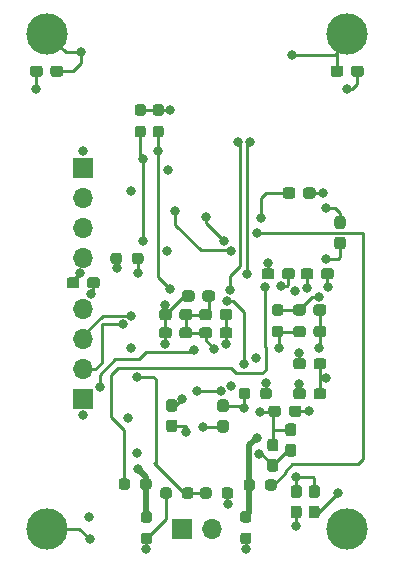
<source format=gbr>
%TF.GenerationSoftware,KiCad,Pcbnew,(5.1.9)-1*%
%TF.CreationDate,2021-03-06T18:52:22-05:00*%
%TF.ProjectId,final_design_v2,66696e61-6c5f-4646-9573-69676e5f7632,rev?*%
%TF.SameCoordinates,Original*%
%TF.FileFunction,Copper,L4,Bot*%
%TF.FilePolarity,Positive*%
%FSLAX46Y46*%
G04 Gerber Fmt 4.6, Leading zero omitted, Abs format (unit mm)*
G04 Created by KiCad (PCBNEW (5.1.9)-1) date 2021-03-06 18:52:22*
%MOMM*%
%LPD*%
G01*
G04 APERTURE LIST*
%TA.AperFunction,ComponentPad*%
%ADD10C,3.500000*%
%TD*%
%TA.AperFunction,ComponentPad*%
%ADD11R,1.700000X1.700000*%
%TD*%
%TA.AperFunction,ComponentPad*%
%ADD12O,1.700000X1.700000*%
%TD*%
%TA.AperFunction,ViaPad*%
%ADD13C,0.800000*%
%TD*%
%TA.AperFunction,Conductor*%
%ADD14C,0.250000*%
%TD*%
%TA.AperFunction,Conductor*%
%ADD15C,0.508000*%
%TD*%
G04 APERTURE END LIST*
D10*
%TO.P,H4,1*%
%TO.N,GND*%
X162090100Y-121564400D03*
%TD*%
%TO.P,C1,1*%
%TO.N,+3V3*%
%TA.AperFunction,SMDPad,CuDef*%
G36*
G01*
X148091700Y-102091500D02*
X148091700Y-101616500D01*
G75*
G02*
X148329200Y-101379000I237500J0D01*
G01*
X148929200Y-101379000D01*
G75*
G02*
X149166700Y-101616500I0J-237500D01*
G01*
X149166700Y-102091500D01*
G75*
G02*
X148929200Y-102329000I-237500J0D01*
G01*
X148329200Y-102329000D01*
G75*
G02*
X148091700Y-102091500I0J237500D01*
G01*
G37*
%TD.AperFunction*%
%TO.P,C1,2*%
%TO.N,GND*%
%TA.AperFunction,SMDPad,CuDef*%
G36*
G01*
X149816700Y-102091500D02*
X149816700Y-101616500D01*
G75*
G02*
X150054200Y-101379000I237500J0D01*
G01*
X150654200Y-101379000D01*
G75*
G02*
X150891700Y-101616500I0J-237500D01*
G01*
X150891700Y-102091500D01*
G75*
G02*
X150654200Y-102329000I-237500J0D01*
G01*
X150054200Y-102329000D01*
G75*
G02*
X149816700Y-102091500I0J237500D01*
G01*
G37*
%TD.AperFunction*%
%TD*%
%TO.P,C2,2*%
%TO.N,GND*%
%TA.AperFunction,SMDPad,CuDef*%
G36*
G01*
X147886300Y-103666300D02*
X147886300Y-103191300D01*
G75*
G02*
X148123800Y-102953800I237500J0D01*
G01*
X148723800Y-102953800D01*
G75*
G02*
X148961300Y-103191300I0J-237500D01*
G01*
X148961300Y-103666300D01*
G75*
G02*
X148723800Y-103903800I-237500J0D01*
G01*
X148123800Y-103903800D01*
G75*
G02*
X147886300Y-103666300I0J237500D01*
G01*
G37*
%TD.AperFunction*%
%TO.P,C2,1*%
%TO.N,+3V3*%
%TA.AperFunction,SMDPad,CuDef*%
G36*
G01*
X146161300Y-103666300D02*
X146161300Y-103191300D01*
G75*
G02*
X146398800Y-102953800I237500J0D01*
G01*
X146998800Y-102953800D01*
G75*
G02*
X147236300Y-103191300I0J-237500D01*
G01*
X147236300Y-103666300D01*
G75*
G02*
X146998800Y-103903800I-237500J0D01*
G01*
X146398800Y-103903800D01*
G75*
G02*
X146161300Y-103666300I0J237500D01*
G01*
G37*
%TD.AperFunction*%
%TD*%
%TO.P,C3,1*%
%TO.N,+3V3*%
%TA.AperFunction,SMDPad,CuDef*%
G36*
G01*
X146161300Y-105215700D02*
X146161300Y-104740700D01*
G75*
G02*
X146398800Y-104503200I237500J0D01*
G01*
X146998800Y-104503200D01*
G75*
G02*
X147236300Y-104740700I0J-237500D01*
G01*
X147236300Y-105215700D01*
G75*
G02*
X146998800Y-105453200I-237500J0D01*
G01*
X146398800Y-105453200D01*
G75*
G02*
X146161300Y-105215700I0J237500D01*
G01*
G37*
%TD.AperFunction*%
%TO.P,C3,2*%
%TO.N,GND*%
%TA.AperFunction,SMDPad,CuDef*%
G36*
G01*
X147886300Y-105215700D02*
X147886300Y-104740700D01*
G75*
G02*
X148123800Y-104503200I237500J0D01*
G01*
X148723800Y-104503200D01*
G75*
G02*
X148961300Y-104740700I0J-237500D01*
G01*
X148961300Y-105215700D01*
G75*
G02*
X148723800Y-105453200I-237500J0D01*
G01*
X148123800Y-105453200D01*
G75*
G02*
X147886300Y-105215700I0J237500D01*
G01*
G37*
%TD.AperFunction*%
%TD*%
%TO.P,C4,2*%
%TO.N,GND*%
%TA.AperFunction,SMDPad,CuDef*%
G36*
G01*
X150639900Y-103191300D02*
X150639900Y-103666300D01*
G75*
G02*
X150402400Y-103903800I-237500J0D01*
G01*
X149802400Y-103903800D01*
G75*
G02*
X149564900Y-103666300I0J237500D01*
G01*
X149564900Y-103191300D01*
G75*
G02*
X149802400Y-102953800I237500J0D01*
G01*
X150402400Y-102953800D01*
G75*
G02*
X150639900Y-103191300I0J-237500D01*
G01*
G37*
%TD.AperFunction*%
%TO.P,C4,1*%
%TO.N,+3V3*%
%TA.AperFunction,SMDPad,CuDef*%
G36*
G01*
X152364900Y-103191300D02*
X152364900Y-103666300D01*
G75*
G02*
X152127400Y-103903800I-237500J0D01*
G01*
X151527400Y-103903800D01*
G75*
G02*
X151289900Y-103666300I0J237500D01*
G01*
X151289900Y-103191300D01*
G75*
G02*
X151527400Y-102953800I237500J0D01*
G01*
X152127400Y-102953800D01*
G75*
G02*
X152364900Y-103191300I0J-237500D01*
G01*
G37*
%TD.AperFunction*%
%TD*%
%TO.P,C5,1*%
%TO.N,+3V3*%
%TA.AperFunction,SMDPad,CuDef*%
G36*
G01*
X152364900Y-104740700D02*
X152364900Y-105215700D01*
G75*
G02*
X152127400Y-105453200I-237500J0D01*
G01*
X151527400Y-105453200D01*
G75*
G02*
X151289900Y-105215700I0J237500D01*
G01*
X151289900Y-104740700D01*
G75*
G02*
X151527400Y-104503200I237500J0D01*
G01*
X152127400Y-104503200D01*
G75*
G02*
X152364900Y-104740700I0J-237500D01*
G01*
G37*
%TD.AperFunction*%
%TO.P,C5,2*%
%TO.N,GND*%
%TA.AperFunction,SMDPad,CuDef*%
G36*
G01*
X150639900Y-104740700D02*
X150639900Y-105215700D01*
G75*
G02*
X150402400Y-105453200I-237500J0D01*
G01*
X149802400Y-105453200D01*
G75*
G02*
X149564900Y-105215700I0J237500D01*
G01*
X149564900Y-104740700D01*
G75*
G02*
X149802400Y-104503200I237500J0D01*
G01*
X150402400Y-104503200D01*
G75*
G02*
X150639900Y-104740700I0J-237500D01*
G01*
G37*
%TD.AperFunction*%
%TD*%
%TO.P,C6,2*%
%TO.N,GND*%
%TA.AperFunction,SMDPad,CuDef*%
G36*
G01*
X157077400Y-114371000D02*
X157552400Y-114371000D01*
G75*
G02*
X157789900Y-114608500I0J-237500D01*
G01*
X157789900Y-115208500D01*
G75*
G02*
X157552400Y-115446000I-237500J0D01*
G01*
X157077400Y-115446000D01*
G75*
G02*
X156839900Y-115208500I0J237500D01*
G01*
X156839900Y-114608500D01*
G75*
G02*
X157077400Y-114371000I237500J0D01*
G01*
G37*
%TD.AperFunction*%
%TO.P,C6,1*%
%TO.N,+3.3VA*%
%TA.AperFunction,SMDPad,CuDef*%
G36*
G01*
X157077400Y-112646000D02*
X157552400Y-112646000D01*
G75*
G02*
X157789900Y-112883500I0J-237500D01*
G01*
X157789900Y-113483500D01*
G75*
G02*
X157552400Y-113721000I-237500J0D01*
G01*
X157077400Y-113721000D01*
G75*
G02*
X156839900Y-113483500I0J237500D01*
G01*
X156839900Y-112883500D01*
G75*
G02*
X157077400Y-112646000I237500J0D01*
G01*
G37*
%TD.AperFunction*%
%TD*%
%TO.P,C7,2*%
%TO.N,GND*%
%TA.AperFunction,SMDPad,CuDef*%
G36*
G01*
X155553400Y-115666400D02*
X156028400Y-115666400D01*
G75*
G02*
X156265900Y-115903900I0J-237500D01*
G01*
X156265900Y-116503900D01*
G75*
G02*
X156028400Y-116741400I-237500J0D01*
G01*
X155553400Y-116741400D01*
G75*
G02*
X155315900Y-116503900I0J237500D01*
G01*
X155315900Y-115903900D01*
G75*
G02*
X155553400Y-115666400I237500J0D01*
G01*
G37*
%TD.AperFunction*%
%TO.P,C7,1*%
%TO.N,+3.3VA*%
%TA.AperFunction,SMDPad,CuDef*%
G36*
G01*
X155553400Y-113941400D02*
X156028400Y-113941400D01*
G75*
G02*
X156265900Y-114178900I0J-237500D01*
G01*
X156265900Y-114778900D01*
G75*
G02*
X156028400Y-115016400I-237500J0D01*
G01*
X155553400Y-115016400D01*
G75*
G02*
X155315900Y-114778900I0J237500D01*
G01*
X155315900Y-114178900D01*
G75*
G02*
X155553400Y-113941400I237500J0D01*
G01*
G37*
%TD.AperFunction*%
%TD*%
%TO.P,C8,2*%
%TO.N,OSC8_IN*%
%TA.AperFunction,SMDPad,CuDef*%
G36*
G01*
X158587113Y-104626708D02*
X158587113Y-105101708D01*
G75*
G02*
X158349613Y-105339208I-237500J0D01*
G01*
X157749613Y-105339208D01*
G75*
G02*
X157512113Y-105101708I0J237500D01*
G01*
X157512113Y-104626708D01*
G75*
G02*
X157749613Y-104389208I237500J0D01*
G01*
X158349613Y-104389208D01*
G75*
G02*
X158587113Y-104626708I0J-237500D01*
G01*
G37*
%TD.AperFunction*%
%TO.P,C8,1*%
%TO.N,GND*%
%TA.AperFunction,SMDPad,CuDef*%
G36*
G01*
X160312113Y-104626708D02*
X160312113Y-105101708D01*
G75*
G02*
X160074613Y-105339208I-237500J0D01*
G01*
X159474613Y-105339208D01*
G75*
G02*
X159237113Y-105101708I0J237500D01*
G01*
X159237113Y-104626708D01*
G75*
G02*
X159474613Y-104389208I237500J0D01*
G01*
X160074613Y-104389208D01*
G75*
G02*
X160312113Y-104626708I0J-237500D01*
G01*
G37*
%TD.AperFunction*%
%TD*%
%TO.P,C9,1*%
%TO.N,GND*%
%TA.AperFunction,SMDPad,CuDef*%
G36*
G01*
X160315100Y-109896900D02*
X160315100Y-110371900D01*
G75*
G02*
X160077600Y-110609400I-237500J0D01*
G01*
X159477600Y-110609400D01*
G75*
G02*
X159240100Y-110371900I0J237500D01*
G01*
X159240100Y-109896900D01*
G75*
G02*
X159477600Y-109659400I237500J0D01*
G01*
X160077600Y-109659400D01*
G75*
G02*
X160315100Y-109896900I0J-237500D01*
G01*
G37*
%TD.AperFunction*%
%TO.P,C9,2*%
%TO.N,OSC32_IN*%
%TA.AperFunction,SMDPad,CuDef*%
G36*
G01*
X158590100Y-109896900D02*
X158590100Y-110371900D01*
G75*
G02*
X158352600Y-110609400I-237500J0D01*
G01*
X157752600Y-110609400D01*
G75*
G02*
X157515100Y-110371900I0J237500D01*
G01*
X157515100Y-109896900D01*
G75*
G02*
X157752600Y-109659400I237500J0D01*
G01*
X158352600Y-109659400D01*
G75*
G02*
X158590100Y-109896900I0J-237500D01*
G01*
G37*
%TD.AperFunction*%
%TD*%
%TO.P,C10,1*%
%TO.N,GND*%
%TA.AperFunction,SMDPad,CuDef*%
G36*
G01*
X160315100Y-107356900D02*
X160315100Y-107831900D01*
G75*
G02*
X160077600Y-108069400I-237500J0D01*
G01*
X159477600Y-108069400D01*
G75*
G02*
X159240100Y-107831900I0J237500D01*
G01*
X159240100Y-107356900D01*
G75*
G02*
X159477600Y-107119400I237500J0D01*
G01*
X160077600Y-107119400D01*
G75*
G02*
X160315100Y-107356900I0J-237500D01*
G01*
G37*
%TD.AperFunction*%
%TO.P,C10,2*%
%TO.N,OSC32_OUT*%
%TA.AperFunction,SMDPad,CuDef*%
G36*
G01*
X158590100Y-107356900D02*
X158590100Y-107831900D01*
G75*
G02*
X158352600Y-108069400I-237500J0D01*
G01*
X157752600Y-108069400D01*
G75*
G02*
X157515100Y-107831900I0J237500D01*
G01*
X157515100Y-107356900D01*
G75*
G02*
X157752600Y-107119400I237500J0D01*
G01*
X158352600Y-107119400D01*
G75*
G02*
X158590100Y-107356900I0J-237500D01*
G01*
G37*
%TD.AperFunction*%
%TD*%
%TO.P,C11,2*%
%TO.N,OSC8_OUT*%
%TA.AperFunction,SMDPad,CuDef*%
G36*
G01*
X158587113Y-102797908D02*
X158587113Y-103272908D01*
G75*
G02*
X158349613Y-103510408I-237500J0D01*
G01*
X157749613Y-103510408D01*
G75*
G02*
X157512113Y-103272908I0J237500D01*
G01*
X157512113Y-102797908D01*
G75*
G02*
X157749613Y-102560408I237500J0D01*
G01*
X158349613Y-102560408D01*
G75*
G02*
X158587113Y-102797908I0J-237500D01*
G01*
G37*
%TD.AperFunction*%
%TO.P,C11,1*%
%TO.N,GND*%
%TA.AperFunction,SMDPad,CuDef*%
G36*
G01*
X160312113Y-102797908D02*
X160312113Y-103272908D01*
G75*
G02*
X160074613Y-103510408I-237500J0D01*
G01*
X159474613Y-103510408D01*
G75*
G02*
X159237113Y-103272908I0J237500D01*
G01*
X159237113Y-102797908D01*
G75*
G02*
X159474613Y-102560408I237500J0D01*
G01*
X160074613Y-102560408D01*
G75*
G02*
X160312113Y-102797908I0J-237500D01*
G01*
G37*
%TD.AperFunction*%
%TD*%
%TO.P,C12,2*%
%TO.N,GND*%
%TA.AperFunction,SMDPad,CuDef*%
G36*
G01*
X151812000Y-111689000D02*
X151337000Y-111689000D01*
G75*
G02*
X151099500Y-111451500I0J237500D01*
G01*
X151099500Y-110851500D01*
G75*
G02*
X151337000Y-110614000I237500J0D01*
G01*
X151812000Y-110614000D01*
G75*
G02*
X152049500Y-110851500I0J-237500D01*
G01*
X152049500Y-111451500D01*
G75*
G02*
X151812000Y-111689000I-237500J0D01*
G01*
G37*
%TD.AperFunction*%
%TO.P,C12,1*%
%TO.N,+3V3*%
%TA.AperFunction,SMDPad,CuDef*%
G36*
G01*
X151812000Y-113414000D02*
X151337000Y-113414000D01*
G75*
G02*
X151099500Y-113176500I0J237500D01*
G01*
X151099500Y-112576500D01*
G75*
G02*
X151337000Y-112339000I237500J0D01*
G01*
X151812000Y-112339000D01*
G75*
G02*
X152049500Y-112576500I0J-237500D01*
G01*
X152049500Y-113176500D01*
G75*
G02*
X151812000Y-113414000I-237500J0D01*
G01*
G37*
%TD.AperFunction*%
%TD*%
%TO.P,C13,1*%
%TO.N,GND*%
%TA.AperFunction,SMDPad,CuDef*%
G36*
G01*
X147468600Y-113388600D02*
X146993600Y-113388600D01*
G75*
G02*
X146756100Y-113151100I0J237500D01*
G01*
X146756100Y-112551100D01*
G75*
G02*
X146993600Y-112313600I237500J0D01*
G01*
X147468600Y-112313600D01*
G75*
G02*
X147706100Y-112551100I0J-237500D01*
G01*
X147706100Y-113151100D01*
G75*
G02*
X147468600Y-113388600I-237500J0D01*
G01*
G37*
%TD.AperFunction*%
%TO.P,C13,2*%
%TO.N,+3V3*%
%TA.AperFunction,SMDPad,CuDef*%
G36*
G01*
X147468600Y-111663600D02*
X146993600Y-111663600D01*
G75*
G02*
X146756100Y-111426100I0J237500D01*
G01*
X146756100Y-110826100D01*
G75*
G02*
X146993600Y-110588600I237500J0D01*
G01*
X147468600Y-110588600D01*
G75*
G02*
X147706100Y-110826100I0J-237500D01*
G01*
X147706100Y-111426100D01*
G75*
G02*
X147468600Y-111663600I-237500J0D01*
G01*
G37*
%TD.AperFunction*%
%TD*%
%TO.P,C14,1*%
%TO.N,GND*%
%TA.AperFunction,SMDPad,CuDef*%
G36*
G01*
X141138100Y-100498900D02*
X141138100Y-100973900D01*
G75*
G02*
X140900600Y-101211400I-237500J0D01*
G01*
X140300600Y-101211400D01*
G75*
G02*
X140063100Y-100973900I0J237500D01*
G01*
X140063100Y-100498900D01*
G75*
G02*
X140300600Y-100261400I237500J0D01*
G01*
X140900600Y-100261400D01*
G75*
G02*
X141138100Y-100498900I0J-237500D01*
G01*
G37*
%TD.AperFunction*%
%TO.P,C14,2*%
%TO.N,+3V3*%
%TA.AperFunction,SMDPad,CuDef*%
G36*
G01*
X139413100Y-100498900D02*
X139413100Y-100973900D01*
G75*
G02*
X139175600Y-101211400I-237500J0D01*
G01*
X138575600Y-101211400D01*
G75*
G02*
X138338100Y-100973900I0J237500D01*
G01*
X138338100Y-100498900D01*
G75*
G02*
X138575600Y-100261400I237500J0D01*
G01*
X139175600Y-100261400D01*
G75*
G02*
X139413100Y-100498900I0J-237500D01*
G01*
G37*
%TD.AperFunction*%
%TD*%
%TO.P,C15,1*%
%TO.N,GND*%
%TA.AperFunction,SMDPad,CuDef*%
G36*
G01*
X159058600Y-117878400D02*
X159533600Y-117878400D01*
G75*
G02*
X159771100Y-118115900I0J-237500D01*
G01*
X159771100Y-118715900D01*
G75*
G02*
X159533600Y-118953400I-237500J0D01*
G01*
X159058600Y-118953400D01*
G75*
G02*
X158821100Y-118715900I0J237500D01*
G01*
X158821100Y-118115900D01*
G75*
G02*
X159058600Y-117878400I237500J0D01*
G01*
G37*
%TD.AperFunction*%
%TO.P,C15,2*%
%TO.N,VCC*%
%TA.AperFunction,SMDPad,CuDef*%
G36*
G01*
X159058600Y-119603400D02*
X159533600Y-119603400D01*
G75*
G02*
X159771100Y-119840900I0J-237500D01*
G01*
X159771100Y-120440900D01*
G75*
G02*
X159533600Y-120678400I-237500J0D01*
G01*
X159058600Y-120678400D01*
G75*
G02*
X158821100Y-120440900I0J237500D01*
G01*
X158821100Y-119840900D01*
G75*
G02*
X159058600Y-119603400I237500J0D01*
G01*
G37*
%TD.AperFunction*%
%TD*%
%TO.P,C16,2*%
%TO.N,+3V3*%
%TA.AperFunction,SMDPad,CuDef*%
G36*
G01*
X157534600Y-119603400D02*
X158009600Y-119603400D01*
G75*
G02*
X158247100Y-119840900I0J-237500D01*
G01*
X158247100Y-120440900D01*
G75*
G02*
X158009600Y-120678400I-237500J0D01*
G01*
X157534600Y-120678400D01*
G75*
G02*
X157297100Y-120440900I0J237500D01*
G01*
X157297100Y-119840900D01*
G75*
G02*
X157534600Y-119603400I237500J0D01*
G01*
G37*
%TD.AperFunction*%
%TO.P,C16,1*%
%TO.N,GND*%
%TA.AperFunction,SMDPad,CuDef*%
G36*
G01*
X157534600Y-117878400D02*
X158009600Y-117878400D01*
G75*
G02*
X158247100Y-118115900I0J-237500D01*
G01*
X158247100Y-118715900D01*
G75*
G02*
X158009600Y-118953400I-237500J0D01*
G01*
X157534600Y-118953400D01*
G75*
G02*
X157297100Y-118715900I0J237500D01*
G01*
X157297100Y-118115900D01*
G75*
G02*
X157534600Y-117878400I237500J0D01*
G01*
G37*
%TD.AperFunction*%
%TD*%
%TO.P,C17,2*%
%TO.N,VCC*%
%TA.AperFunction,SMDPad,CuDef*%
G36*
G01*
X136314300Y-82591900D02*
X136314300Y-83066900D01*
G75*
G02*
X136076800Y-83304400I-237500J0D01*
G01*
X135476800Y-83304400D01*
G75*
G02*
X135239300Y-83066900I0J237500D01*
G01*
X135239300Y-82591900D01*
G75*
G02*
X135476800Y-82354400I237500J0D01*
G01*
X136076800Y-82354400D01*
G75*
G02*
X136314300Y-82591900I0J-237500D01*
G01*
G37*
%TD.AperFunction*%
%TO.P,C17,1*%
%TO.N,GND*%
%TA.AperFunction,SMDPad,CuDef*%
G36*
G01*
X138039300Y-82591900D02*
X138039300Y-83066900D01*
G75*
G02*
X137801800Y-83304400I-237500J0D01*
G01*
X137201800Y-83304400D01*
G75*
G02*
X136964300Y-83066900I0J237500D01*
G01*
X136964300Y-82591900D01*
G75*
G02*
X137201800Y-82354400I237500J0D01*
G01*
X137801800Y-82354400D01*
G75*
G02*
X138039300Y-82591900I0J-237500D01*
G01*
G37*
%TD.AperFunction*%
%TD*%
%TO.P,C18,2*%
%TO.N,VCC*%
%TA.AperFunction,SMDPad,CuDef*%
G36*
G01*
X162415100Y-83066900D02*
X162415100Y-82591900D01*
G75*
G02*
X162652600Y-82354400I237500J0D01*
G01*
X163252600Y-82354400D01*
G75*
G02*
X163490100Y-82591900I0J-237500D01*
G01*
X163490100Y-83066900D01*
G75*
G02*
X163252600Y-83304400I-237500J0D01*
G01*
X162652600Y-83304400D01*
G75*
G02*
X162415100Y-83066900I0J237500D01*
G01*
G37*
%TD.AperFunction*%
%TO.P,C18,1*%
%TO.N,GND*%
%TA.AperFunction,SMDPad,CuDef*%
G36*
G01*
X160690100Y-83066900D02*
X160690100Y-82591900D01*
G75*
G02*
X160927600Y-82354400I237500J0D01*
G01*
X161527600Y-82354400D01*
G75*
G02*
X161765100Y-82591900I0J-237500D01*
G01*
X161765100Y-83066900D01*
G75*
G02*
X161527600Y-83304400I-237500J0D01*
G01*
X160927600Y-83304400D01*
G75*
G02*
X160690100Y-83066900I0J237500D01*
G01*
G37*
%TD.AperFunction*%
%TD*%
%TO.P,C21,2*%
%TO.N,GND*%
%TA.AperFunction,SMDPad,CuDef*%
G36*
G01*
X155923100Y-99736900D02*
X155923100Y-100211900D01*
G75*
G02*
X155685600Y-100449400I-237500J0D01*
G01*
X155085600Y-100449400D01*
G75*
G02*
X154848100Y-100211900I0J237500D01*
G01*
X154848100Y-99736900D01*
G75*
G02*
X155085600Y-99499400I237500J0D01*
G01*
X155685600Y-99499400D01*
G75*
G02*
X155923100Y-99736900I0J-237500D01*
G01*
G37*
%TD.AperFunction*%
%TO.P,C21,1*%
%TO.N,+3V3*%
%TA.AperFunction,SMDPad,CuDef*%
G36*
G01*
X157648100Y-99736900D02*
X157648100Y-100211900D01*
G75*
G02*
X157410600Y-100449400I-237500J0D01*
G01*
X156810600Y-100449400D01*
G75*
G02*
X156573100Y-100211900I0J237500D01*
G01*
X156573100Y-99736900D01*
G75*
G02*
X156810600Y-99499400I237500J0D01*
G01*
X157410600Y-99499400D01*
G75*
G02*
X157648100Y-99736900I0J-237500D01*
G01*
G37*
%TD.AperFunction*%
%TD*%
%TO.P,C24,1*%
%TO.N,GND*%
%TA.AperFunction,SMDPad,CuDef*%
G36*
G01*
X161243000Y-95094600D02*
X161718000Y-95094600D01*
G75*
G02*
X161955500Y-95332100I0J-237500D01*
G01*
X161955500Y-95932100D01*
G75*
G02*
X161718000Y-96169600I-237500J0D01*
G01*
X161243000Y-96169600D01*
G75*
G02*
X161005500Y-95932100I0J237500D01*
G01*
X161005500Y-95332100D01*
G75*
G02*
X161243000Y-95094600I237500J0D01*
G01*
G37*
%TD.AperFunction*%
%TO.P,C24,2*%
%TO.N,+3V3*%
%TA.AperFunction,SMDPad,CuDef*%
G36*
G01*
X161243000Y-96819600D02*
X161718000Y-96819600D01*
G75*
G02*
X161955500Y-97057100I0J-237500D01*
G01*
X161955500Y-97657100D01*
G75*
G02*
X161718000Y-97894600I-237500J0D01*
G01*
X161243000Y-97894600D01*
G75*
G02*
X161005500Y-97657100I0J237500D01*
G01*
X161005500Y-97057100D01*
G75*
G02*
X161243000Y-96819600I237500J0D01*
G01*
G37*
%TD.AperFunction*%
%TD*%
%TO.P,C27,2*%
%TO.N,Net-(C27-Pad2)*%
%TA.AperFunction,SMDPad,CuDef*%
G36*
G01*
X158352200Y-93379300D02*
X158352200Y-92904300D01*
G75*
G02*
X158589700Y-92666800I237500J0D01*
G01*
X159189700Y-92666800D01*
G75*
G02*
X159427200Y-92904300I0J-237500D01*
G01*
X159427200Y-93379300D01*
G75*
G02*
X159189700Y-93616800I-237500J0D01*
G01*
X158589700Y-93616800D01*
G75*
G02*
X158352200Y-93379300I0J237500D01*
G01*
G37*
%TD.AperFunction*%
%TO.P,C27,1*%
%TO.N,GND*%
%TA.AperFunction,SMDPad,CuDef*%
G36*
G01*
X156627200Y-93379300D02*
X156627200Y-92904300D01*
G75*
G02*
X156864700Y-92666800I237500J0D01*
G01*
X157464700Y-92666800D01*
G75*
G02*
X157702200Y-92904300I0J-237500D01*
G01*
X157702200Y-93379300D01*
G75*
G02*
X157464700Y-93616800I-237500J0D01*
G01*
X156864700Y-93616800D01*
G75*
G02*
X156627200Y-93379300I0J237500D01*
G01*
G37*
%TD.AperFunction*%
%TD*%
%TO.P,C28,1*%
%TO.N,Net-(C28-Pad1)*%
%TA.AperFunction,SMDPad,CuDef*%
G36*
G01*
X158150100Y-100211900D02*
X158150100Y-99736900D01*
G75*
G02*
X158387600Y-99499400I237500J0D01*
G01*
X158987600Y-99499400D01*
G75*
G02*
X159225100Y-99736900I0J-237500D01*
G01*
X159225100Y-100211900D01*
G75*
G02*
X158987600Y-100449400I-237500J0D01*
G01*
X158387600Y-100449400D01*
G75*
G02*
X158150100Y-100211900I0J237500D01*
G01*
G37*
%TD.AperFunction*%
%TO.P,C28,2*%
%TO.N,GND*%
%TA.AperFunction,SMDPad,CuDef*%
G36*
G01*
X159875100Y-100211900D02*
X159875100Y-99736900D01*
G75*
G02*
X160112600Y-99499400I237500J0D01*
G01*
X160712600Y-99499400D01*
G75*
G02*
X160950100Y-99736900I0J-237500D01*
G01*
X160950100Y-100211900D01*
G75*
G02*
X160712600Y-100449400I-237500J0D01*
G01*
X160112600Y-100449400D01*
G75*
G02*
X159875100Y-100211900I0J237500D01*
G01*
G37*
%TD.AperFunction*%
%TD*%
%TO.P,H1,1*%
%TO.N,GND*%
X136690100Y-79654400D03*
%TD*%
%TO.P,H2,1*%
%TO.N,GND*%
X136690100Y-121564400D03*
%TD*%
%TO.P,H3,1*%
%TO.N,GND*%
X162090100Y-79654400D03*
%TD*%
D11*
%TO.P,SWD,1*%
%TO.N,GND*%
X139738100Y-91008200D03*
D12*
%TO.P,SWD,2*%
%TO.N,SWCLK*%
X139738100Y-93548200D03*
%TO.P,SWD,3*%
%TO.N,SWDIO*%
X139738100Y-96088200D03*
%TO.P,SWD,4*%
%TO.N,+3V3*%
X139738100Y-98628200D03*
%TD*%
%TO.P,UART,4*%
%TO.N,+3V3*%
X139738100Y-102997000D03*
%TO.P,UART,3*%
%TO.N,UART1_TX*%
X139738100Y-105537000D03*
%TO.P,UART,2*%
%TO.N,UART1_RX*%
X139738100Y-108077000D03*
D11*
%TO.P,UART,1*%
%TO.N,GND*%
X139738100Y-110617000D03*
%TD*%
%TO.P,J3,1*%
%TO.N,VCC*%
X148120100Y-121564400D03*
D12*
%TO.P,J3,2*%
%TO.N,GND*%
X150660100Y-121564400D03*
%TD*%
%TO.P,L1,1*%
%TO.N,+3V3*%
%TA.AperFunction,SMDPad,CuDef*%
G36*
G01*
X158219600Y-111382800D02*
X158219600Y-111857800D01*
G75*
G02*
X157982100Y-112095300I-237500J0D01*
G01*
X157407100Y-112095300D01*
G75*
G02*
X157169600Y-111857800I0J237500D01*
G01*
X157169600Y-111382800D01*
G75*
G02*
X157407100Y-111145300I237500J0D01*
G01*
X157982100Y-111145300D01*
G75*
G02*
X158219600Y-111382800I0J-237500D01*
G01*
G37*
%TD.AperFunction*%
%TO.P,L1,2*%
%TO.N,+3.3VA*%
%TA.AperFunction,SMDPad,CuDef*%
G36*
G01*
X156469600Y-111382800D02*
X156469600Y-111857800D01*
G75*
G02*
X156232100Y-112095300I-237500J0D01*
G01*
X155657100Y-112095300D01*
G75*
G02*
X155419600Y-111857800I0J237500D01*
G01*
X155419600Y-111382800D01*
G75*
G02*
X155657100Y-111145300I237500J0D01*
G01*
X156232100Y-111145300D01*
G75*
G02*
X156469600Y-111382800I0J-237500D01*
G01*
G37*
%TD.AperFunction*%
%TD*%
%TO.P,R2,1*%
%TO.N,GND*%
%TA.AperFunction,SMDPad,CuDef*%
G36*
G01*
X152892300Y-110346500D02*
X152892300Y-109871500D01*
G75*
G02*
X153129800Y-109634000I237500J0D01*
G01*
X153629800Y-109634000D01*
G75*
G02*
X153867300Y-109871500I0J-237500D01*
G01*
X153867300Y-110346500D01*
G75*
G02*
X153629800Y-110584000I-237500J0D01*
G01*
X153129800Y-110584000D01*
G75*
G02*
X152892300Y-110346500I0J237500D01*
G01*
G37*
%TD.AperFunction*%
%TO.P,R2,2*%
%TO.N,Net-(D2-Pad1)*%
%TA.AperFunction,SMDPad,CuDef*%
G36*
G01*
X154717300Y-110346500D02*
X154717300Y-109871500D01*
G75*
G02*
X154954800Y-109634000I237500J0D01*
G01*
X155454800Y-109634000D01*
G75*
G02*
X155692300Y-109871500I0J-237500D01*
G01*
X155692300Y-110346500D01*
G75*
G02*
X155454800Y-110584000I-237500J0D01*
G01*
X154954800Y-110584000D01*
G75*
G02*
X154717300Y-110346500I0J237500D01*
G01*
G37*
%TD.AperFunction*%
%TD*%
%TO.P,R3,2*%
%TO.N,Net-(D3-Pad1)*%
%TA.AperFunction,SMDPad,CuDef*%
G36*
G01*
X143021500Y-98441500D02*
X143021500Y-98916500D01*
G75*
G02*
X142784000Y-99154000I-237500J0D01*
G01*
X142284000Y-99154000D01*
G75*
G02*
X142046500Y-98916500I0J237500D01*
G01*
X142046500Y-98441500D01*
G75*
G02*
X142284000Y-98204000I237500J0D01*
G01*
X142784000Y-98204000D01*
G75*
G02*
X143021500Y-98441500I0J-237500D01*
G01*
G37*
%TD.AperFunction*%
%TO.P,R3,1*%
%TO.N,GND*%
%TA.AperFunction,SMDPad,CuDef*%
G36*
G01*
X144846500Y-98441500D02*
X144846500Y-98916500D01*
G75*
G02*
X144609000Y-99154000I-237500J0D01*
G01*
X144109000Y-99154000D01*
G75*
G02*
X143871500Y-98916500I0J237500D01*
G01*
X143871500Y-98441500D01*
G75*
G02*
X144109000Y-98204000I237500J0D01*
G01*
X144609000Y-98204000D01*
G75*
G02*
X144846500Y-98441500I0J-237500D01*
G01*
G37*
%TD.AperFunction*%
%TD*%
%TO.P,R6,2*%
%TO.N,I2C2_SCL*%
%TA.AperFunction,SMDPad,CuDef*%
G36*
G01*
X145850600Y-87445400D02*
X146325600Y-87445400D01*
G75*
G02*
X146563100Y-87682900I0J-237500D01*
G01*
X146563100Y-88182900D01*
G75*
G02*
X146325600Y-88420400I-237500J0D01*
G01*
X145850600Y-88420400D01*
G75*
G02*
X145613100Y-88182900I0J237500D01*
G01*
X145613100Y-87682900D01*
G75*
G02*
X145850600Y-87445400I237500J0D01*
G01*
G37*
%TD.AperFunction*%
%TO.P,R6,1*%
%TO.N,+3V3*%
%TA.AperFunction,SMDPad,CuDef*%
G36*
G01*
X145850600Y-85620400D02*
X146325600Y-85620400D01*
G75*
G02*
X146563100Y-85857900I0J-237500D01*
G01*
X146563100Y-86357900D01*
G75*
G02*
X146325600Y-86595400I-237500J0D01*
G01*
X145850600Y-86595400D01*
G75*
G02*
X145613100Y-86357900I0J237500D01*
G01*
X145613100Y-85857900D01*
G75*
G02*
X145850600Y-85620400I237500J0D01*
G01*
G37*
%TD.AperFunction*%
%TD*%
%TO.P,R7,1*%
%TO.N,+3V3*%
%TA.AperFunction,SMDPad,CuDef*%
G36*
G01*
X144326600Y-85620400D02*
X144801600Y-85620400D01*
G75*
G02*
X145039100Y-85857900I0J-237500D01*
G01*
X145039100Y-86357900D01*
G75*
G02*
X144801600Y-86595400I-237500J0D01*
G01*
X144326600Y-86595400D01*
G75*
G02*
X144089100Y-86357900I0J237500D01*
G01*
X144089100Y-85857900D01*
G75*
G02*
X144326600Y-85620400I237500J0D01*
G01*
G37*
%TD.AperFunction*%
%TO.P,R7,2*%
%TO.N,I2C2_SDA*%
%TA.AperFunction,SMDPad,CuDef*%
G36*
G01*
X144326600Y-87445400D02*
X144801600Y-87445400D01*
G75*
G02*
X145039100Y-87682900I0J-237500D01*
G01*
X145039100Y-88182900D01*
G75*
G02*
X144801600Y-88420400I-237500J0D01*
G01*
X144326600Y-88420400D01*
G75*
G02*
X144089100Y-88182900I0J237500D01*
G01*
X144089100Y-87682900D01*
G75*
G02*
X144326600Y-87445400I237500J0D01*
G01*
G37*
%TD.AperFunction*%
%TD*%
%TO.P,R8,1*%
%TO.N,OSC8_OUT*%
%TA.AperFunction,SMDPad,CuDef*%
G36*
G01*
X155956813Y-102549808D02*
X156431813Y-102549808D01*
G75*
G02*
X156669313Y-102787308I0J-237500D01*
G01*
X156669313Y-103287308D01*
G75*
G02*
X156431813Y-103524808I-237500J0D01*
G01*
X155956813Y-103524808D01*
G75*
G02*
X155719313Y-103287308I0J237500D01*
G01*
X155719313Y-102787308D01*
G75*
G02*
X155956813Y-102549808I237500J0D01*
G01*
G37*
%TD.AperFunction*%
%TO.P,R8,2*%
%TO.N,OSC8_IN*%
%TA.AperFunction,SMDPad,CuDef*%
G36*
G01*
X155956813Y-104374808D02*
X156431813Y-104374808D01*
G75*
G02*
X156669313Y-104612308I0J-237500D01*
G01*
X156669313Y-105112308D01*
G75*
G02*
X156431813Y-105349808I-237500J0D01*
G01*
X155956813Y-105349808D01*
G75*
G02*
X155719313Y-105112308I0J237500D01*
G01*
X155719313Y-104612308D01*
G75*
G02*
X155956813Y-104374808I237500J0D01*
G01*
G37*
%TD.AperFunction*%
%TD*%
%TO.P,R9,1*%
%TO.N,ADC_BATT*%
%TA.AperFunction,SMDPad,CuDef*%
G36*
G01*
X149641100Y-118779300D02*
X149641100Y-118304300D01*
G75*
G02*
X149878600Y-118066800I237500J0D01*
G01*
X150378600Y-118066800D01*
G75*
G02*
X150616100Y-118304300I0J-237500D01*
G01*
X150616100Y-118779300D01*
G75*
G02*
X150378600Y-119016800I-237500J0D01*
G01*
X149878600Y-119016800D01*
G75*
G02*
X149641100Y-118779300I0J237500D01*
G01*
G37*
%TD.AperFunction*%
%TO.P,R9,2*%
%TO.N,VCC*%
%TA.AperFunction,SMDPad,CuDef*%
G36*
G01*
X151466100Y-118779300D02*
X151466100Y-118304300D01*
G75*
G02*
X151703600Y-118066800I237500J0D01*
G01*
X152203600Y-118066800D01*
G75*
G02*
X152441100Y-118304300I0J-237500D01*
G01*
X152441100Y-118779300D01*
G75*
G02*
X152203600Y-119016800I-237500J0D01*
G01*
X151703600Y-119016800D01*
G75*
G02*
X151466100Y-118779300I0J237500D01*
G01*
G37*
%TD.AperFunction*%
%TD*%
%TO.P,R10,2*%
%TO.N,ADC_BATT*%
%TA.AperFunction,SMDPad,CuDef*%
G36*
G01*
X148087900Y-118779300D02*
X148087900Y-118304300D01*
G75*
G02*
X148325400Y-118066800I237500J0D01*
G01*
X148825400Y-118066800D01*
G75*
G02*
X149062900Y-118304300I0J-237500D01*
G01*
X149062900Y-118779300D01*
G75*
G02*
X148825400Y-119016800I-237500J0D01*
G01*
X148325400Y-119016800D01*
G75*
G02*
X148087900Y-118779300I0J237500D01*
G01*
G37*
%TD.AperFunction*%
%TO.P,R10,1*%
%TO.N,GND*%
%TA.AperFunction,SMDPad,CuDef*%
G36*
G01*
X146262900Y-118779300D02*
X146262900Y-118304300D01*
G75*
G02*
X146500400Y-118066800I237500J0D01*
G01*
X147000400Y-118066800D01*
G75*
G02*
X147237900Y-118304300I0J-237500D01*
G01*
X147237900Y-118779300D01*
G75*
G02*
X147000400Y-119016800I-237500J0D01*
G01*
X146500400Y-119016800D01*
G75*
G02*
X146262900Y-118779300I0J237500D01*
G01*
G37*
%TD.AperFunction*%
%TD*%
%TO.P,R15,1*%
%TO.N,Net-(Q3-Pad2)*%
%TA.AperFunction,SMDPad,CuDef*%
G36*
G01*
X145532300Y-117542300D02*
X145532300Y-118017300D01*
G75*
G02*
X145294800Y-118254800I-237500J0D01*
G01*
X144794800Y-118254800D01*
G75*
G02*
X144557300Y-118017300I0J237500D01*
G01*
X144557300Y-117542300D01*
G75*
G02*
X144794800Y-117304800I237500J0D01*
G01*
X145294800Y-117304800D01*
G75*
G02*
X145532300Y-117542300I0J-237500D01*
G01*
G37*
%TD.AperFunction*%
%TO.P,R15,2*%
%TO.N,M2_PWM*%
%TA.AperFunction,SMDPad,CuDef*%
G36*
G01*
X143707300Y-117542300D02*
X143707300Y-118017300D01*
G75*
G02*
X143469800Y-118254800I-237500J0D01*
G01*
X142969800Y-118254800D01*
G75*
G02*
X142732300Y-118017300I0J237500D01*
G01*
X142732300Y-117542300D01*
G75*
G02*
X142969800Y-117304800I237500J0D01*
G01*
X143469800Y-117304800D01*
G75*
G02*
X143707300Y-117542300I0J-237500D01*
G01*
G37*
%TD.AperFunction*%
%TD*%
%TO.P,R16,1*%
%TO.N,Net-(Q4-Pad2)*%
%TA.AperFunction,SMDPad,CuDef*%
G36*
G01*
X153324100Y-118093500D02*
X153324100Y-117618500D01*
G75*
G02*
X153561600Y-117381000I237500J0D01*
G01*
X154061600Y-117381000D01*
G75*
G02*
X154299100Y-117618500I0J-237500D01*
G01*
X154299100Y-118093500D01*
G75*
G02*
X154061600Y-118331000I-237500J0D01*
G01*
X153561600Y-118331000D01*
G75*
G02*
X153324100Y-118093500I0J237500D01*
G01*
G37*
%TD.AperFunction*%
%TO.P,R16,2*%
%TO.N,M4_PWM*%
%TA.AperFunction,SMDPad,CuDef*%
G36*
G01*
X155149100Y-118093500D02*
X155149100Y-117618500D01*
G75*
G02*
X155386600Y-117381000I237500J0D01*
G01*
X155886600Y-117381000D01*
G75*
G02*
X156124100Y-117618500I0J-237500D01*
G01*
X156124100Y-118093500D01*
G75*
G02*
X155886600Y-118331000I-237500J0D01*
G01*
X155386600Y-118331000D01*
G75*
G02*
X155149100Y-118093500I0J237500D01*
G01*
G37*
%TD.AperFunction*%
%TD*%
%TO.P,R17,2*%
%TO.N,Net-(Q3-Pad2)*%
%TA.AperFunction,SMDPad,CuDef*%
G36*
G01*
X145335000Y-121063200D02*
X144860000Y-121063200D01*
G75*
G02*
X144622500Y-120825700I0J237500D01*
G01*
X144622500Y-120325700D01*
G75*
G02*
X144860000Y-120088200I237500J0D01*
G01*
X145335000Y-120088200D01*
G75*
G02*
X145572500Y-120325700I0J-237500D01*
G01*
X145572500Y-120825700D01*
G75*
G02*
X145335000Y-121063200I-237500J0D01*
G01*
G37*
%TD.AperFunction*%
%TO.P,R17,1*%
%TO.N,GND*%
%TA.AperFunction,SMDPad,CuDef*%
G36*
G01*
X145335000Y-122888200D02*
X144860000Y-122888200D01*
G75*
G02*
X144622500Y-122650700I0J237500D01*
G01*
X144622500Y-122150700D01*
G75*
G02*
X144860000Y-121913200I237500J0D01*
G01*
X145335000Y-121913200D01*
G75*
G02*
X145572500Y-122150700I0J-237500D01*
G01*
X145572500Y-122650700D01*
G75*
G02*
X145335000Y-122888200I-237500J0D01*
G01*
G37*
%TD.AperFunction*%
%TD*%
%TO.P,R18,1*%
%TO.N,GND*%
%TA.AperFunction,SMDPad,CuDef*%
G36*
G01*
X153742400Y-122862800D02*
X153267400Y-122862800D01*
G75*
G02*
X153029900Y-122625300I0J237500D01*
G01*
X153029900Y-122125300D01*
G75*
G02*
X153267400Y-121887800I237500J0D01*
G01*
X153742400Y-121887800D01*
G75*
G02*
X153979900Y-122125300I0J-237500D01*
G01*
X153979900Y-122625300D01*
G75*
G02*
X153742400Y-122862800I-237500J0D01*
G01*
G37*
%TD.AperFunction*%
%TO.P,R18,2*%
%TO.N,Net-(Q4-Pad2)*%
%TA.AperFunction,SMDPad,CuDef*%
G36*
G01*
X153742400Y-121037800D02*
X153267400Y-121037800D01*
G75*
G02*
X153029900Y-120800300I0J237500D01*
G01*
X153029900Y-120300300D01*
G75*
G02*
X153267400Y-120062800I237500J0D01*
G01*
X153742400Y-120062800D01*
G75*
G02*
X153979900Y-120300300I0J-237500D01*
G01*
X153979900Y-120800300D01*
G75*
G02*
X153742400Y-121037800I-237500J0D01*
G01*
G37*
%TD.AperFunction*%
%TD*%
D13*
%TO.N,GND*%
X160444968Y-101068326D03*
X155386675Y-99063754D03*
X154826831Y-95243735D03*
X160312100Y-94386400D03*
X157377131Y-81414449D03*
X157710040Y-101394371D03*
X159695982Y-106235629D03*
X140381255Y-101659849D03*
X139738100Y-111912400D03*
X139738100Y-89560400D03*
X139536800Y-81231100D03*
X140314646Y-122470447D03*
X145096371Y-123291395D03*
X153528803Y-123316728D03*
X157772100Y-117146400D03*
X160337500Y-108839000D03*
X146850100Y-98044000D03*
X150837900Y-106349800D03*
X153377900Y-111353600D03*
X148450300Y-113385600D03*
X154665600Y-115214400D03*
X144259300Y-115163600D03*
X146951700Y-91160600D03*
X144360900Y-99872800D03*
X143776700Y-106259400D03*
%TO.N,+3V3*%
X160312100Y-98704400D03*
X156502100Y-100990400D03*
X139484967Y-99883934D03*
X140246100Y-120548400D03*
X157772100Y-121310400D03*
X146697700Y-105892600D03*
X151828500Y-105892600D03*
X146697700Y-102641400D03*
X149898100Y-112979200D03*
X143548100Y-112166400D03*
X147053300Y-86080600D03*
X143827500Y-92964000D03*
X152266376Y-109447150D03*
X158826200Y-111594900D03*
X148082000Y-110605400D03*
X154388739Y-107063057D03*
%TO.N,+3.3VA*%
X153365200Y-107594400D03*
X151879300Y-102285800D03*
X154686000Y-111658400D03*
%TO.N,OSC8_IN*%
X156357810Y-106297410D03*
%TO.N,OSC32_IN*%
X158051500Y-109270800D03*
%TO.N,OSC32_OUT*%
X158051500Y-106680000D03*
%TO.N,OSC8_OUT*%
X159680793Y-101943179D03*
%TO.N,VCC*%
X162109974Y-84298165D03*
X135779941Y-84318309D03*
X161328100Y-118516400D03*
X151968200Y-119468900D03*
%TO.N,Net-(C27-Pad2)*%
X160058100Y-93116400D03*
%TO.N,Net-(C28-Pad1)*%
X158697442Y-101144581D03*
%TO.N,Net-(D2-Pad1)*%
X155206700Y-109194600D03*
%TO.N,Net-(D3-Pad1)*%
X142582900Y-99517200D03*
%TO.N,UART1_RX*%
X143094992Y-104237508D03*
%TO.N,UART1_TX*%
X143802100Y-103530400D03*
%TO.N,I2C1_SDA*%
X149390100Y-109880400D03*
X151365100Y-109880400D03*
%TO.N,I2C2_SCL*%
X146088100Y-89560400D03*
X147104100Y-101244400D03*
%TO.N,I2C2_SDA*%
X144774079Y-90284053D03*
X144818100Y-97205800D03*
%TO.N,SPI1_CE*%
X147530100Y-94687517D03*
X152230801Y-98012451D03*
%TO.N,SPI1_SCK*%
X151676100Y-97180400D03*
X150152100Y-95148400D03*
%TO.N,ADC_BATT*%
X149085300Y-106451400D03*
X141160500Y-109524800D03*
X144335500Y-108700400D03*
%TO.N,M1_PWM*%
X152143715Y-101311666D03*
X152835097Y-88835400D03*
%TO.N,M2_PWM*%
X155168600Y-101117400D03*
%TO.N,M3_PWM*%
X153581100Y-100025200D03*
X153835100Y-88835400D03*
%TO.N,M4_PWM*%
X154495500Y-96545400D03*
%TO.N,Net-(Q3-Pad2)*%
X144360900Y-116484400D03*
%TO.N,Net-(Q4-Pad2)*%
X154444700Y-113842800D03*
%TD*%
D14*
%TO.N,GND*%
X160412600Y-101035958D02*
X160444968Y-101068326D01*
X160412600Y-99974400D02*
X160412600Y-101035958D01*
X155385600Y-99064829D02*
X155386675Y-99063754D01*
X155385600Y-99974400D02*
X155385600Y-99064829D01*
X160312100Y-94386400D02*
X161074100Y-94386400D01*
X161480500Y-94792800D02*
X161480500Y-95632100D01*
X161074100Y-94386400D02*
X161480500Y-94792800D01*
X157164700Y-93141800D02*
X155206700Y-93141800D01*
X154826831Y-93521669D02*
X154826831Y-95243735D01*
X155206700Y-93141800D02*
X154826831Y-93521669D01*
X159774613Y-103035408D02*
X159774613Y-104864208D01*
X159774613Y-106156998D02*
X159695982Y-106235629D01*
X159774613Y-104864208D02*
X159774613Y-106156998D01*
X140600600Y-101440504D02*
X140381255Y-101659849D01*
X140600600Y-100736400D02*
X140600600Y-101440504D01*
X137501800Y-82829400D02*
X138849100Y-82829400D01*
X139536800Y-82141700D02*
X139536800Y-81231100D01*
X138849100Y-82829400D02*
X139536800Y-82141700D01*
X161227600Y-80516900D02*
X162090100Y-79654400D01*
X161092051Y-81414449D02*
X161227600Y-81278900D01*
X157377131Y-81414449D02*
X161092051Y-81414449D01*
X161227600Y-81278900D02*
X161227600Y-80516900D01*
X161227600Y-82829400D02*
X161227600Y-81278900D01*
X138266800Y-81231100D02*
X136690100Y-79654400D01*
X139536800Y-81231100D02*
X138266800Y-81231100D01*
X139408599Y-121564400D02*
X140314646Y-122470447D01*
X136690100Y-121564400D02*
X139408599Y-121564400D01*
X145097500Y-123290266D02*
X145096371Y-123291395D01*
X145097500Y-122400700D02*
X145097500Y-123290266D01*
X153504900Y-123292825D02*
X153528803Y-123316728D01*
X153504900Y-122375300D02*
X153504900Y-123292825D01*
X157772100Y-118415900D02*
X157772100Y-117146400D01*
X157772100Y-117146400D02*
X159196100Y-117146400D01*
X159296100Y-117246400D02*
X159296100Y-118415900D01*
X159196100Y-117146400D02*
X159296100Y-117246400D01*
X160336400Y-108840100D02*
X160337500Y-108839000D01*
X159777600Y-108840100D02*
X160336400Y-108840100D01*
X159777600Y-107594400D02*
X159777600Y-108840100D01*
X159777600Y-108840100D02*
X159777600Y-110134400D01*
X148423800Y-103428800D02*
X148423800Y-104978200D01*
X148423800Y-103428800D02*
X150102400Y-103428800D01*
X150354200Y-103177000D02*
X150102400Y-103428800D01*
X150354200Y-101854000D02*
X150354200Y-103177000D01*
X148423800Y-104978200D02*
X150102400Y-104978200D01*
X153175800Y-111151500D02*
X153377900Y-111353600D01*
X151574500Y-111151500D02*
X153175800Y-111151500D01*
X153379800Y-111351700D02*
X153377900Y-111353600D01*
X153379800Y-110109000D02*
X153379800Y-111351700D01*
X148450300Y-113385600D02*
X148450300Y-112903000D01*
X148398400Y-112851100D02*
X147231100Y-112851100D01*
X148450300Y-112903000D02*
X148398400Y-112851100D01*
X144359000Y-99870900D02*
X144360900Y-99872800D01*
X144359000Y-98679000D02*
X144359000Y-99870900D01*
X146750400Y-120747800D02*
X145097500Y-122400700D01*
X146750400Y-118541800D02*
X146750400Y-120747800D01*
X157086300Y-114908500D02*
X155790900Y-116203900D01*
X157314900Y-114908500D02*
X157086300Y-114908500D01*
X154801400Y-115214400D02*
X155790900Y-116203900D01*
X154665600Y-115214400D02*
X154801400Y-115214400D01*
X150102400Y-105614300D02*
X150837900Y-106349800D01*
X150102400Y-104978200D02*
X150102400Y-105614300D01*
%TO.N,+3V3*%
X160312100Y-98704400D02*
X161328100Y-98704400D01*
X161480500Y-98552000D02*
X161328100Y-98704400D01*
X161480500Y-97357100D02*
X161480500Y-98552000D01*
X157010100Y-100990400D02*
X156502100Y-100990400D01*
X157110600Y-99974400D02*
X157110600Y-100889900D01*
X157110600Y-100889900D02*
X157010100Y-100990400D01*
X138875600Y-100493301D02*
X139484967Y-99883934D01*
X138875600Y-100736400D02*
X138875600Y-100493301D01*
X157772100Y-121310400D02*
X157772100Y-120140900D01*
X151827400Y-103428800D02*
X151827400Y-104978200D01*
X146698800Y-103428800D02*
X146698800Y-104978200D01*
X146698800Y-105891500D02*
X146697700Y-105892600D01*
X146698800Y-104978200D02*
X146698800Y-105891500D01*
X148273600Y-101854000D02*
X146698800Y-103428800D01*
X148629200Y-101854000D02*
X148273600Y-101854000D01*
X151827400Y-105891500D02*
X151828500Y-105892600D01*
X151827400Y-104978200D02*
X151827400Y-105891500D01*
X146698800Y-102642500D02*
X146697700Y-102641400D01*
X146698800Y-103428800D02*
X146698800Y-102642500D01*
X151471800Y-112979200D02*
X151574500Y-112876500D01*
X149898100Y-112979200D02*
X151471800Y-112979200D01*
X144564100Y-86107900D02*
X146088100Y-86107900D01*
X147026000Y-86107900D02*
X147053300Y-86080600D01*
X146088100Y-86107900D02*
X147026000Y-86107900D01*
X158800800Y-111620300D02*
X158826200Y-111594900D01*
X157694600Y-111620300D02*
X158800800Y-111620300D01*
X147561300Y-111126100D02*
X148082000Y-110605400D01*
X147231100Y-111126100D02*
X147561300Y-111126100D01*
%TO.N,+3.3VA*%
X152444985Y-102285800D02*
X153365200Y-103206015D01*
X151879300Y-102285800D02*
X152444985Y-102285800D01*
X155906500Y-111658400D02*
X155944600Y-111620300D01*
X154686000Y-111658400D02*
X155906500Y-111658400D01*
X155790900Y-111774000D02*
X155944600Y-111620300D01*
X155792000Y-113183500D02*
X155790900Y-113182400D01*
X157314900Y-113183500D02*
X155792000Y-113183500D01*
X155790900Y-113182400D02*
X155790900Y-111774000D01*
X155790900Y-114478900D02*
X155790900Y-113182400D01*
X153365200Y-107594400D02*
X153365200Y-103206015D01*
%TO.N,OSC8_IN*%
X156196213Y-104864208D02*
X156194313Y-104862308D01*
X158049613Y-104864208D02*
X156196213Y-104864208D01*
X156357810Y-105025805D02*
X156194313Y-104862308D01*
X156357810Y-106297410D02*
X156357810Y-105025805D01*
%TO.N,OSC32_IN*%
X158052600Y-109271900D02*
X158051500Y-109270800D01*
X158052600Y-110134400D02*
X158052600Y-109271900D01*
%TO.N,OSC32_OUT*%
X158051500Y-107593300D02*
X158052600Y-107594400D01*
X158051500Y-106680000D02*
X158051500Y-107593300D01*
%TO.N,OSC8_OUT*%
X156196213Y-103035408D02*
X156194313Y-103037308D01*
X158049613Y-103035408D02*
X156196213Y-103035408D01*
X159141842Y-101943179D02*
X159680793Y-101943179D01*
X158049613Y-103035408D02*
X159141842Y-101943179D01*
%TO.N,VCC*%
X162109974Y-84298165D02*
X162526335Y-84298165D01*
X162952600Y-83871900D02*
X162952600Y-82829400D01*
X162526335Y-84298165D02*
X162952600Y-83871900D01*
X135776800Y-84315168D02*
X135779941Y-84318309D01*
X135776800Y-82829400D02*
X135776800Y-84315168D01*
X159703600Y-120140900D02*
X161328100Y-118516400D01*
X159296100Y-120140900D02*
X159703600Y-120140900D01*
X151953600Y-119454300D02*
X151968200Y-119468900D01*
X151953600Y-118541800D02*
X151953600Y-119454300D01*
%TO.N,Net-(C27-Pad2)*%
X160032700Y-93141800D02*
X160058100Y-93116400D01*
X158889700Y-93141800D02*
X160032700Y-93141800D01*
%TO.N,Net-(C28-Pad1)*%
X158697442Y-99984242D02*
X158687600Y-99974400D01*
X158697442Y-101144581D02*
X158697442Y-99984242D01*
%TO.N,Net-(D2-Pad1)*%
X155206700Y-110107100D02*
X155204800Y-110109000D01*
X155206700Y-109194600D02*
X155206700Y-110107100D01*
%TO.N,Net-(D3-Pad1)*%
X142582900Y-98727900D02*
X142534000Y-98679000D01*
X142582900Y-99517200D02*
X142582900Y-98727900D01*
%TO.N,UART1_RX*%
X143094992Y-104237508D02*
X141316992Y-104237508D01*
X141316992Y-104237508D02*
X141316992Y-107539508D01*
X140779500Y-108077000D02*
X139738100Y-108077000D01*
X141316992Y-107539508D02*
X140779500Y-108077000D01*
%TO.N,UART1_TX*%
X139738100Y-105179990D02*
X139738100Y-105537000D01*
X141405583Y-103512507D02*
X139738100Y-105179990D01*
X143460886Y-103530400D02*
X143442993Y-103512507D01*
X143442993Y-103512507D02*
X141405583Y-103512507D01*
X143802100Y-103530400D02*
X143460886Y-103530400D01*
%TO.N,I2C1_SDA*%
X149390100Y-109880400D02*
X151365100Y-109880400D01*
%TO.N,I2C2_SCL*%
X146088100Y-87932900D02*
X146088100Y-89560400D01*
X146088100Y-100228400D02*
X146088100Y-89560400D01*
X147104100Y-101244400D02*
X146088100Y-100228400D01*
%TO.N,I2C2_SDA*%
X144564100Y-87932900D02*
X144564100Y-90074074D01*
X144564100Y-90074074D02*
X144774079Y-90284053D01*
X144818100Y-90328074D02*
X144774079Y-90284053D01*
X144774079Y-97161779D02*
X144818100Y-97205800D01*
X144774079Y-90284053D02*
X144774079Y-97161779D01*
%TO.N,SPI1_CE*%
X152230801Y-98012451D02*
X152230801Y-97989101D01*
X152230801Y-97989101D02*
X149690801Y-97989101D01*
X147530100Y-95828400D02*
X147530100Y-94687517D01*
X149690801Y-97989101D02*
X147530100Y-95828400D01*
%TO.N,SPI1_SCK*%
X150152100Y-95656400D02*
X150152100Y-95148400D01*
X151676100Y-97180400D02*
X150152100Y-95656400D01*
%TO.N,ADC_BATT*%
X149339300Y-118541800D02*
X148272500Y-118541800D01*
X150128600Y-118541800D02*
X149339300Y-118541800D01*
X149339300Y-118541800D02*
X148575400Y-118541800D01*
X146353699Y-106617601D02*
X148919099Y-106617601D01*
X148919099Y-106617601D02*
X149085300Y-106451400D01*
X148272500Y-118541800D02*
X145884900Y-116154200D01*
X145884900Y-116154200D02*
X145732500Y-116001800D01*
X146353699Y-106617601D02*
X145058299Y-106617601D01*
X145058299Y-106617601D02*
X144462500Y-107213400D01*
X144462500Y-107213400D02*
X142455900Y-107213400D01*
X141160500Y-108508800D02*
X141160500Y-109524800D01*
X142455900Y-107213400D02*
X141160500Y-108508800D01*
X144335500Y-108700400D02*
X145670100Y-108700400D01*
X145884900Y-108915200D02*
X145884900Y-110109000D01*
X145670100Y-108700400D02*
X145884900Y-108915200D01*
X145884900Y-110109000D02*
X145884900Y-109728000D01*
X145884900Y-116154200D02*
X145884900Y-110109000D01*
%TO.N,M1_PWM*%
X152143715Y-101311666D02*
X152143715Y-100141785D01*
X152143715Y-100141785D02*
X152996900Y-99288600D01*
X152996900Y-88997203D02*
X152835097Y-88835400D01*
X152996900Y-99288600D02*
X152996900Y-88997203D01*
%TO.N,M2_PWM*%
X155155900Y-106168502D02*
X155155900Y-101498400D01*
X155181300Y-106193902D02*
X155155900Y-106168502D01*
X155168600Y-101485700D02*
X155155900Y-101498400D01*
X155168600Y-101117400D02*
X155168600Y-101485700D01*
X155181300Y-108089700D02*
X155181300Y-106934000D01*
X142659100Y-107975400D02*
X152260300Y-107975400D01*
X142100300Y-108534200D02*
X142659100Y-107975400D01*
X154914600Y-108356400D02*
X155181300Y-108089700D01*
X152260300Y-107975400D02*
X152641300Y-108356400D01*
X142100300Y-112115600D02*
X142100300Y-108534200D01*
X143219800Y-113235100D02*
X142100300Y-112115600D01*
X143219800Y-117779800D02*
X143219800Y-113235100D01*
X152641300Y-108356400D02*
X154914600Y-108356400D01*
X155181300Y-106934000D02*
X155181300Y-106193902D01*
X155181300Y-107295802D02*
X155181300Y-106934000D01*
%TO.N,M3_PWM*%
X153581100Y-89089400D02*
X153835100Y-88835400D01*
X153581100Y-100025200D02*
X153581100Y-89089400D01*
%TO.N,M4_PWM*%
X154546300Y-96494600D02*
X163436300Y-96494600D01*
X154495500Y-96545400D02*
X154546300Y-96494600D01*
X155636600Y-117856000D02*
X155636600Y-118070000D01*
X156917400Y-116789200D02*
X156917400Y-116640600D01*
X155636600Y-118070000D02*
X156917400Y-116789200D01*
X156917400Y-116640600D02*
X157454600Y-116103400D01*
X163436300Y-109575600D02*
X163436300Y-115658900D01*
X163436300Y-96494600D02*
X163436300Y-109575600D01*
X163436300Y-109575600D02*
X163436300Y-110056300D01*
X162991800Y-116103400D02*
X157454600Y-116103400D01*
X163436300Y-115658900D02*
X162991800Y-116103400D01*
D15*
%TO.N,Net-(Q3-Pad2)*%
X145097500Y-117832500D02*
X145044800Y-117779800D01*
X145097500Y-120575700D02*
X145097500Y-117832500D01*
X145044800Y-117168300D02*
X144360900Y-116484400D01*
X145044800Y-117779800D02*
X145044800Y-117168300D01*
%TO.N,Net-(Q4-Pad2)*%
X153811600Y-114475900D02*
X154444700Y-113842800D01*
X153811600Y-117856000D02*
X153811600Y-114475900D01*
X153811600Y-120243600D02*
X153504900Y-120550300D01*
X153811600Y-117856000D02*
X153811600Y-120243600D01*
%TD*%
M02*

</source>
